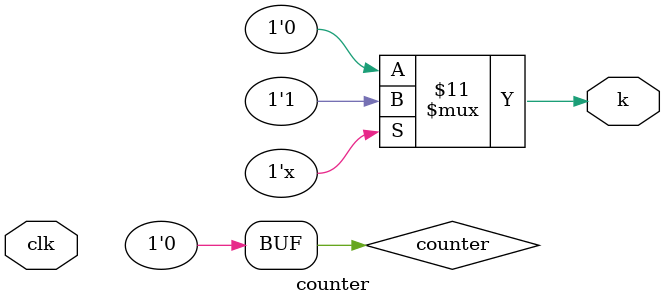
<source format=v>
`timescale 1ns / 1ps


module counter(
    input clk,
    output reg k
    );
    
    reg counter = 0;
    integer cnt = 0;
    
    always @(posedge clk)
        begin
            cnt <= cnt +1;
        end
    
    always @(cnt) begin
        if (cnt == 9) begin
            k <= 1;
            cnt  <= 0;
        end
        else 
            k <= 0;
    end
endmodule

</source>
